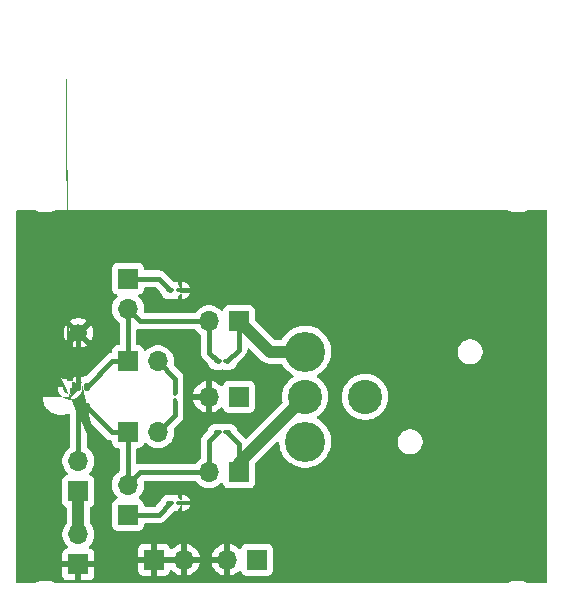
<source format=gbr>
%TF.GenerationSoftware,KiCad,Pcbnew,9.0.0*%
%TF.CreationDate,2025-03-06T01:46:26+08:00*%
%TF.ProjectId,HighDRMic_EVB,48696768-4452-44d6-9963-5f4556422e6b,rev?*%
%TF.SameCoordinates,Original*%
%TF.FileFunction,Copper,L1,Top*%
%TF.FilePolarity,Positive*%
%FSLAX46Y46*%
G04 Gerber Fmt 4.6, Leading zero omitted, Abs format (unit mm)*
G04 Created by KiCad (PCBNEW 9.0.0) date 2025-03-06 01:46:26*
%MOMM*%
%LPD*%
G01*
G04 APERTURE LIST*
G04 Aperture macros list*
%AMRoundRect*
0 Rectangle with rounded corners*
0 $1 Rounding radius*
0 $2 $3 $4 $5 $6 $7 $8 $9 X,Y pos of 4 corners*
0 Add a 4 corners polygon primitive as box body*
4,1,4,$2,$3,$4,$5,$6,$7,$8,$9,$2,$3,0*
0 Add four circle primitives for the rounded corners*
1,1,$1+$1,$2,$3*
1,1,$1+$1,$4,$5*
1,1,$1+$1,$6,$7*
1,1,$1+$1,$8,$9*
0 Add four rect primitives between the rounded corners*
20,1,$1+$1,$2,$3,$4,$5,0*
20,1,$1+$1,$4,$5,$6,$7,0*
20,1,$1+$1,$6,$7,$8,$9,0*
20,1,$1+$1,$8,$9,$2,$3,0*%
%AMFreePoly0*
4,1,64,0.301896,1.805218,0.490253,1.727198,0.659769,1.613931,0.803931,1.469769,0.917198,1.300253,0.995218,1.111896,1.034992,0.911938,1.034992,0.708062,0.995218,0.508104,0.917198,0.319747,0.803931,0.150231,0.659769,0.006069,0.490253,-0.107198,0.301896,-0.185218,0.101938,-0.224992,0.046293,-0.224992,0.044871,-0.225581,-0.044871,-0.225581,-0.046293,-0.224992,-0.101938,-0.224992,
-0.301896,-0.185218,-0.490253,-0.107198,-0.659769,0.006069,-0.803931,0.150231,-0.917198,0.319747,-0.995218,0.508104,-1.034992,0.708062,-1.034992,0.886358,-0.580000,0.886358,-0.580000,0.733642,-0.540474,0.586128,-0.464116,0.453872,-0.356128,0.345884,-0.223872,0.269526,-0.076358,0.230000,0.076358,0.230000,0.223872,0.269526,0.356128,0.345884,0.464116,0.453872,0.540474,0.586128,
0.580000,0.733642,0.580000,0.886358,0.540474,1.033872,0.464116,1.166128,0.356128,1.274116,0.223872,1.350474,0.076358,1.390000,-0.076358,1.390000,-0.223872,1.350474,-0.356128,1.274116,-0.464116,1.166128,-0.540474,1.033872,-0.580000,0.886358,-1.034992,0.886358,-1.034992,0.911938,-0.995218,1.111896,-0.917198,1.300253,-0.803931,1.469769,-0.659769,1.613931,-0.490253,1.727198,
-0.301896,1.805218,-0.101938,1.844992,0.101938,1.844992,0.301896,1.805218,0.301896,1.805218,$1*%
G04 Aperture macros list end*
%TA.AperFunction,ComponentPad*%
%ADD10R,1.700000X1.700000*%
%TD*%
%TA.AperFunction,ComponentPad*%
%ADD11O,1.700000X1.700000*%
%TD*%
%TA.AperFunction,ComponentPad*%
%ADD12C,3.400000*%
%TD*%
%TA.AperFunction,ComponentPad*%
%ADD13C,2.900000*%
%TD*%
%TA.AperFunction,SMDPad,CuDef*%
%ADD14RoundRect,0.112500X0.112500X-0.262500X0.112500X0.262500X-0.112500X0.262500X-0.112500X-0.262500X0*%
%TD*%
%TA.AperFunction,SMDPad,CuDef*%
%ADD15FreePoly0,90.000000*%
%TD*%
%TA.AperFunction,SMDPad,CuDef*%
%ADD16RoundRect,0.100000X0.217500X0.100000X-0.217500X0.100000X-0.217500X-0.100000X0.217500X-0.100000X0*%
%TD*%
%TA.AperFunction,SMDPad,CuDef*%
%ADD17RoundRect,0.100000X-0.217500X-0.100000X0.217500X-0.100000X0.217500X0.100000X-0.217500X0.100000X0*%
%TD*%
%TA.AperFunction,ComponentPad*%
%ADD18C,1.500000*%
%TD*%
%TA.AperFunction,SMDPad,CuDef*%
%ADD19RoundRect,0.100000X0.100000X-0.217500X0.100000X0.217500X-0.100000X0.217500X-0.100000X-0.217500X0*%
%TD*%
%TA.AperFunction,Conductor*%
%ADD20C,0.200000*%
%TD*%
%TA.AperFunction,Conductor*%
%ADD21C,0.400000*%
%TD*%
%TA.AperFunction,Conductor*%
%ADD22C,1.000000*%
%TD*%
G04 APERTURE END LIST*
D10*
%TO.P,J9,1,Pin_1*%
%TO.N,Net-(J9-Pin_1)*%
X172940000Y-113800000D03*
D11*
%TO.P,J9,2,Pin_2*%
%TO.N,GND*%
X170400000Y-113800000D03*
%TD*%
D12*
%TO.P,XLR1,1*%
%TO.N,Net-(J8-Pin_1)*%
X177000000Y-103810000D03*
%TO.P,XLR1,2*%
%TO.N,Net-(J6-Pin_1)*%
X177000000Y-96190000D03*
D13*
%TO.P,XLR1,3*%
%TO.N,Net-(J7-Pin_1)*%
X177000000Y-100000000D03*
%TO.P,XLR1,G*%
%TO.N,Net-(J9-Pin_1)*%
X182080000Y-100000000D03*
%TD*%
D14*
%TO.P,MK1,1,OUT+*%
%TO.N,Net-(J2-Pin_2)*%
X158500000Y-100850000D03*
%TO.P,MK1,2,V_{DD}*%
%TO.N,Net-(J1-Pin_2)*%
X157800000Y-100850000D03*
%TO.P,MK1,3,OUT-*%
%TO.N,Net-(J3-Pin_2)*%
X158500000Y-99150000D03*
%TO.P,MK1,4,GND*%
%TO.N,GND*%
X157800000Y-99150000D03*
D15*
%TO.P,MK1,5,GND*%
X157130000Y-100000000D03*
%TD*%
D10*
%TO.P,J7,1,Pin_1*%
%TO.N,Net-(J7-Pin_1)*%
X171400000Y-106400000D03*
D11*
%TO.P,J7,2,Pin_2*%
%TO.N,Net-(J2-Pin_2)*%
X168860000Y-106400000D03*
%TD*%
D16*
%TO.P,C1,1*%
%TO.N,GND*%
X166407500Y-109000000D03*
%TO.P,C1,2*%
%TO.N,Net-(J2-Pin_1)*%
X165592500Y-109000000D03*
%TD*%
D10*
%TO.P,J11,1,Pin_1*%
%TO.N,GND*%
X157800000Y-114200000D03*
D11*
%TO.P,J11,2,Pin_2*%
%TO.N,VDD*%
X157800000Y-111660000D03*
%TD*%
D17*
%TO.P,C2,1*%
%TO.N,Net-(J3-Pin_1)*%
X165592500Y-91000000D03*
%TO.P,C2,2*%
%TO.N,GND*%
X166407500Y-91000000D03*
%TD*%
D10*
%TO.P,J6,1,Pin_1*%
%TO.N,Net-(J6-Pin_1)*%
X171400000Y-93600000D03*
D11*
%TO.P,J6,2,Pin_2*%
%TO.N,Net-(J3-Pin_2)*%
X168860000Y-93600000D03*
%TD*%
D10*
%TO.P,J2,1,Pin_1*%
%TO.N,Net-(J2-Pin_1)*%
X162000000Y-110000000D03*
D11*
%TO.P,J2,2,Pin_2*%
%TO.N,Net-(J2-Pin_2)*%
X162000000Y-107460000D03*
%TD*%
D17*
%TO.P,R1,1*%
%TO.N,Net-(J2-Pin_2)*%
X169592500Y-103000000D03*
%TO.P,R1,2*%
%TO.N,Net-(J7-Pin_1)*%
X170407500Y-103000000D03*
%TD*%
D10*
%TO.P,J4,1,Pin_1*%
%TO.N,Net-(J2-Pin_2)*%
X162000000Y-103000000D03*
D11*
%TO.P,J4,2,Pin_2*%
%TO.N,Net-(J4-Pin_2)*%
X164540000Y-103000000D03*
%TD*%
D18*
%TO.P,TP1,1,1*%
%TO.N,GND*%
X157800000Y-94600000D03*
%TD*%
D10*
%TO.P,J10,1,Pin_1*%
%TO.N,GND*%
X164200000Y-113800000D03*
D11*
%TO.P,J10,2,Pin_2*%
X166740000Y-113800000D03*
%TD*%
D10*
%TO.P,J5,1,Pin_1*%
%TO.N,Net-(J3-Pin_2)*%
X162000000Y-97000000D03*
D11*
%TO.P,J5,2,Pin_2*%
%TO.N,Net-(J5-Pin_2)*%
X164540000Y-97000000D03*
%TD*%
D19*
%TO.P,C3,1*%
%TO.N,Net-(J4-Pin_2)*%
X166000000Y-100407500D03*
%TO.P,C3,2*%
%TO.N,Net-(J5-Pin_2)*%
X166000000Y-99592500D03*
%TD*%
D10*
%TO.P,J3,1,Pin_1*%
%TO.N,Net-(J3-Pin_1)*%
X162000000Y-90000000D03*
D11*
%TO.P,J3,2,Pin_2*%
%TO.N,Net-(J3-Pin_2)*%
X162000000Y-92540000D03*
%TD*%
D10*
%TO.P,J8,1,Pin_1*%
%TO.N,Net-(J8-Pin_1)*%
X171400000Y-100000000D03*
D11*
%TO.P,J8,2,Pin_2*%
%TO.N,GND*%
X168860000Y-100000000D03*
%TD*%
D10*
%TO.P,J1,1,Pin_1*%
%TO.N,VDD*%
X157800000Y-108000000D03*
D11*
%TO.P,J1,2,Pin_2*%
%TO.N,Net-(J1-Pin_2)*%
X157800000Y-105460000D03*
%TD*%
D17*
%TO.P,R2,1*%
%TO.N,Net-(J3-Pin_2)*%
X169592500Y-97000000D03*
%TO.P,R2,2*%
%TO.N,Net-(J6-Pin_1)*%
X170407500Y-97000000D03*
%TD*%
D20*
%TO.N,GND*%
X157800000Y-99150000D02*
X157800000Y-99330000D01*
D21*
X157800000Y-99150000D02*
X157800000Y-94600000D01*
D20*
X157800000Y-99330000D02*
X157130000Y-100000000D01*
D21*
%TO.N,Net-(J2-Pin_1)*%
X164592500Y-110000000D02*
X165592500Y-109000000D01*
X162000000Y-110000000D02*
X164592500Y-110000000D01*
%TO.N,Net-(J3-Pin_1)*%
X164592500Y-90000000D02*
X165592500Y-91000000D01*
X162000000Y-90000000D02*
X164592500Y-90000000D01*
%TO.N,Net-(J4-Pin_2)*%
X166000000Y-100407500D02*
X166000000Y-101540000D01*
X166000000Y-101540000D02*
X164540000Y-103000000D01*
%TO.N,Net-(J5-Pin_2)*%
X164540000Y-97000000D02*
X166000000Y-98460000D01*
X166000000Y-98460000D02*
X166000000Y-99592500D01*
%TO.N,Net-(J1-Pin_2)*%
X157800000Y-105460000D02*
X157800000Y-100850000D01*
D22*
%TO.N,VDD*%
X157800000Y-108000000D02*
X157800000Y-111660000D01*
D21*
%TO.N,Net-(J2-Pin_2)*%
X162000000Y-107460000D02*
X162000000Y-103000000D01*
X158500000Y-100850000D02*
X160650000Y-103000000D01*
X160650000Y-103000000D02*
X162000000Y-103000000D01*
X163060000Y-106400000D02*
X168860000Y-106400000D01*
X162000000Y-107460000D02*
X163060000Y-106400000D01*
X168860000Y-106400000D02*
X168860000Y-103732500D01*
X168860000Y-103732500D02*
X169592500Y-103000000D01*
%TO.N,Net-(J3-Pin_2)*%
X162000000Y-92540000D02*
X163060000Y-93600000D01*
X162000000Y-97000000D02*
X162000000Y-92540000D01*
X158500000Y-99150000D02*
X160650000Y-97000000D01*
X163060000Y-93600000D02*
X168860000Y-93600000D01*
X168860000Y-96267500D02*
X169592500Y-97000000D01*
X168860000Y-93600000D02*
X168860000Y-96267500D01*
X160650000Y-97000000D02*
X162000000Y-97000000D01*
%TO.N,Net-(J6-Pin_1)*%
X170407500Y-97000000D02*
X171400000Y-96007500D01*
D22*
X173990000Y-96190000D02*
X171400000Y-93600000D01*
D21*
X171400000Y-96007500D02*
X171400000Y-93600000D01*
D22*
X177000000Y-96190000D02*
X173990000Y-96190000D01*
%TO.N,Net-(J7-Pin_1)*%
X177000000Y-100000000D02*
X171400000Y-105600000D01*
D21*
X171400000Y-103992500D02*
X171400000Y-106400000D01*
D22*
X171400000Y-105600000D02*
X171400000Y-106400000D01*
D21*
X170407500Y-103000000D02*
X171400000Y-103992500D01*
%TD*%
%TA.AperFunction,Conductor*%
%TO.N,GND*%
G36*
X162838143Y-94271541D02*
G01*
X162842147Y-94270966D01*
X162846979Y-94272041D01*
X162849047Y-94272158D01*
X162855273Y-94273415D01*
X162855671Y-94273580D01*
X162882591Y-94278934D01*
X162966158Y-94295557D01*
X162991006Y-94300500D01*
X162991007Y-94300500D01*
X167636453Y-94300500D01*
X167703492Y-94320185D01*
X167736769Y-94351614D01*
X167740270Y-94356431D01*
X167829892Y-94479788D01*
X167980211Y-94630107D01*
X168002194Y-94646078D01*
X168108385Y-94723229D01*
X168151051Y-94778558D01*
X168159500Y-94823547D01*
X168159500Y-96198506D01*
X168159500Y-96336494D01*
X168159500Y-96336496D01*
X168159499Y-96336496D01*
X168186418Y-96471822D01*
X168186421Y-96471832D01*
X168239222Y-96599307D01*
X168315887Y-96714045D01*
X168315888Y-96714046D01*
X168749784Y-97147941D01*
X168783269Y-97209264D01*
X168785041Y-97219435D01*
X168789956Y-97256762D01*
X168850464Y-97402841D01*
X168946718Y-97528282D01*
X169072159Y-97624536D01*
X169218238Y-97685044D01*
X169335639Y-97700500D01*
X169849360Y-97700499D01*
X169849363Y-97700499D01*
X169966755Y-97685045D01*
X169966755Y-97685044D01*
X169966762Y-97685044D01*
X169966767Y-97685041D01*
X169967900Y-97684739D01*
X169969085Y-97684738D01*
X169974821Y-97683984D01*
X169974920Y-97684738D01*
X170025080Y-97684737D01*
X170025180Y-97683983D01*
X170030907Y-97684737D01*
X170032091Y-97684737D01*
X170033234Y-97685043D01*
X170033236Y-97685043D01*
X170033238Y-97685044D01*
X170150639Y-97700500D01*
X170338504Y-97700499D01*
X170338506Y-97700500D01*
X170476494Y-97700500D01*
X170476497Y-97700499D01*
X170664360Y-97700499D01*
X170664363Y-97700499D01*
X170781753Y-97685046D01*
X170781757Y-97685044D01*
X170781762Y-97685044D01*
X170927841Y-97624536D01*
X171053282Y-97528282D01*
X171149536Y-97402841D01*
X171210044Y-97256762D01*
X171214958Y-97219436D01*
X171243220Y-97155543D01*
X171250203Y-97147953D01*
X171944114Y-96454043D01*
X172020775Y-96339311D01*
X172022877Y-96334238D01*
X172073578Y-96211832D01*
X172073580Y-96211828D01*
X172095401Y-96102127D01*
X172100500Y-96076496D01*
X172100500Y-96014782D01*
X172120185Y-95947743D01*
X172172989Y-95901988D01*
X172242147Y-95892044D01*
X172305703Y-95921069D01*
X172312181Y-95927101D01*
X173209735Y-96824655D01*
X173209764Y-96824686D01*
X173352214Y-96967136D01*
X173352218Y-96967139D01*
X173516079Y-97076628D01*
X173516092Y-97076635D01*
X173644833Y-97129961D01*
X173687744Y-97147735D01*
X173698164Y-97152051D01*
X173794812Y-97171275D01*
X173827137Y-97177705D01*
X173891458Y-97190500D01*
X173891459Y-97190500D01*
X173891460Y-97190500D01*
X174088540Y-97190500D01*
X174965128Y-97190500D01*
X175032167Y-97210185D01*
X175072515Y-97252500D01*
X175166420Y-97415148D01*
X175166431Y-97415164D01*
X175342024Y-97644002D01*
X175342030Y-97644009D01*
X175545990Y-97847969D01*
X175545996Y-97847974D01*
X175774844Y-98023575D01*
X175774851Y-98023579D01*
X175962555Y-98131951D01*
X176010771Y-98182518D01*
X176023993Y-98251125D01*
X175998025Y-98315990D01*
X175962557Y-98346724D01*
X175914040Y-98374735D01*
X175914026Y-98374745D01*
X175711188Y-98530388D01*
X175711181Y-98530394D01*
X175530394Y-98711181D01*
X175530388Y-98711188D01*
X175374745Y-98914026D01*
X175374734Y-98914042D01*
X175246899Y-99135457D01*
X175246894Y-99135468D01*
X175149053Y-99371677D01*
X175149050Y-99371687D01*
X175087901Y-99599901D01*
X175082874Y-99618661D01*
X175049500Y-99872149D01*
X175049500Y-100127850D01*
X175082874Y-100381338D01*
X175082877Y-100381354D01*
X175089886Y-100407513D01*
X175088223Y-100477363D01*
X175057792Y-100527286D01*
X172079299Y-103505779D01*
X172017976Y-103539264D01*
X171948284Y-103534280D01*
X171903937Y-103505779D01*
X171250215Y-102852058D01*
X171216730Y-102790735D01*
X171214959Y-102780577D01*
X171210044Y-102743238D01*
X171149536Y-102597159D01*
X171053282Y-102471718D01*
X170927841Y-102375464D01*
X170814998Y-102328723D01*
X170781762Y-102314956D01*
X170781760Y-102314955D01*
X170664370Y-102299501D01*
X170664367Y-102299500D01*
X170664361Y-102299500D01*
X170476495Y-102299500D01*
X170476494Y-102299500D01*
X170338506Y-102299500D01*
X170338502Y-102299500D01*
X170150636Y-102299500D01*
X170033234Y-102314955D01*
X170032083Y-102315264D01*
X170030891Y-102315264D01*
X170025179Y-102316016D01*
X170025080Y-102315264D01*
X169974919Y-102315264D01*
X169974820Y-102316017D01*
X169969107Y-102315264D01*
X169967917Y-102315265D01*
X169966765Y-102314956D01*
X169849361Y-102299500D01*
X169335636Y-102299500D01*
X169218246Y-102314953D01*
X169218237Y-102314956D01*
X169072160Y-102375463D01*
X168946718Y-102471718D01*
X168850463Y-102597160D01*
X168789956Y-102743238D01*
X168785041Y-102780565D01*
X168756772Y-102844461D01*
X168749783Y-102852058D01*
X168315887Y-103285954D01*
X168239222Y-103400692D01*
X168186421Y-103528167D01*
X168186418Y-103528179D01*
X168160064Y-103660669D01*
X168160062Y-103660682D01*
X168159500Y-103663505D01*
X168159500Y-105176452D01*
X168139815Y-105243491D01*
X168108385Y-105276770D01*
X167980213Y-105369890D01*
X167829892Y-105520211D01*
X167763046Y-105612220D01*
X167736770Y-105648385D01*
X167681442Y-105691051D01*
X167636453Y-105699500D01*
X162991003Y-105699500D01*
X162882756Y-105721031D01*
X162882590Y-105721065D01*
X162882589Y-105721065D01*
X162855671Y-105726420D01*
X162855282Y-105726581D01*
X162849050Y-105727840D01*
X162819867Y-105725315D01*
X162790567Y-105725562D01*
X162785457Y-105722338D01*
X162779440Y-105721818D01*
X162756251Y-105703914D01*
X162731474Y-105688283D01*
X162728918Y-105682809D01*
X162724137Y-105679118D01*
X162714309Y-105651519D01*
X162701915Y-105624974D01*
X162701120Y-105614482D01*
X162700698Y-105613297D01*
X162700948Y-105612220D01*
X162700500Y-105606295D01*
X162700500Y-104474499D01*
X162720185Y-104407460D01*
X162772989Y-104361705D01*
X162824500Y-104350499D01*
X162897871Y-104350499D01*
X162897872Y-104350499D01*
X162957483Y-104344091D01*
X163092331Y-104293796D01*
X163207546Y-104207546D01*
X163293796Y-104092331D01*
X163342810Y-103960916D01*
X163384681Y-103904984D01*
X163450145Y-103880566D01*
X163518418Y-103895417D01*
X163546673Y-103916569D01*
X163660213Y-104030109D01*
X163832179Y-104155048D01*
X163832181Y-104155049D01*
X163832184Y-104155051D01*
X164021588Y-104251557D01*
X164223757Y-104317246D01*
X164433713Y-104350500D01*
X164433714Y-104350500D01*
X164646286Y-104350500D01*
X164646287Y-104350500D01*
X164856243Y-104317246D01*
X165058412Y-104251557D01*
X165247816Y-104155051D01*
X165269789Y-104139086D01*
X165419786Y-104030109D01*
X165419788Y-104030106D01*
X165419792Y-104030104D01*
X165570104Y-103879792D01*
X165570106Y-103879788D01*
X165570109Y-103879786D01*
X165695048Y-103707820D01*
X165695047Y-103707820D01*
X165695051Y-103707816D01*
X165791557Y-103518412D01*
X165857246Y-103316243D01*
X165890500Y-103106287D01*
X165890500Y-102893713D01*
X165865715Y-102737227D01*
X165874670Y-102667933D01*
X165900504Y-102630151D01*
X166544114Y-101986543D01*
X166620775Y-101871811D01*
X166629417Y-101850949D01*
X166653646Y-101792452D01*
X166673580Y-101744328D01*
X166692443Y-101649500D01*
X166700500Y-101608996D01*
X166700500Y-100330912D01*
X166700499Y-100330894D01*
X166700499Y-100150636D01*
X166685045Y-100033244D01*
X166685044Y-100033242D01*
X166685044Y-100033238D01*
X166685042Y-100033233D01*
X166684738Y-100032096D01*
X166684459Y-100028788D01*
X166683984Y-100025179D01*
X166684152Y-100025156D01*
X166681055Y-99988410D01*
X166682513Y-99972870D01*
X166685044Y-99966762D01*
X166700500Y-99849361D01*
X166700500Y-99750000D01*
X167532769Y-99750000D01*
X168426988Y-99750000D01*
X168394075Y-99807007D01*
X168360000Y-99934174D01*
X168360000Y-100065826D01*
X168394075Y-100192993D01*
X168426988Y-100250000D01*
X167532769Y-100250000D01*
X167543242Y-100316126D01*
X167543242Y-100316129D01*
X167608904Y-100518217D01*
X167705379Y-100707557D01*
X167830272Y-100879459D01*
X167830276Y-100879464D01*
X167980535Y-101029723D01*
X167980540Y-101029727D01*
X168152442Y-101154620D01*
X168341782Y-101251095D01*
X168543871Y-101316757D01*
X168610000Y-101327231D01*
X168610000Y-100433012D01*
X168667007Y-100465925D01*
X168794174Y-100500000D01*
X168925826Y-100500000D01*
X169052993Y-100465925D01*
X169110000Y-100433012D01*
X169110000Y-101327230D01*
X169176126Y-101316757D01*
X169176129Y-101316757D01*
X169378217Y-101251095D01*
X169567557Y-101154620D01*
X169739458Y-101029728D01*
X169853133Y-100916053D01*
X169914456Y-100882568D01*
X169984148Y-100887552D01*
X170040082Y-100929423D01*
X170056997Y-100960401D01*
X170106202Y-101092328D01*
X170106206Y-101092335D01*
X170192452Y-101207544D01*
X170192455Y-101207547D01*
X170307664Y-101293793D01*
X170307671Y-101293797D01*
X170442517Y-101344091D01*
X170442516Y-101344091D01*
X170449444Y-101344835D01*
X170502127Y-101350500D01*
X172297872Y-101350499D01*
X172357483Y-101344091D01*
X172492331Y-101293796D01*
X172607546Y-101207546D01*
X172693796Y-101092331D01*
X172744091Y-100957483D01*
X172750500Y-100897873D01*
X172750499Y-99102128D01*
X172744091Y-99042517D01*
X172743002Y-99039598D01*
X172693797Y-98907671D01*
X172693793Y-98907664D01*
X172607547Y-98792455D01*
X172607544Y-98792452D01*
X172492335Y-98706206D01*
X172492328Y-98706202D01*
X172357482Y-98655908D01*
X172357483Y-98655908D01*
X172297883Y-98649501D01*
X172297881Y-98649500D01*
X172297873Y-98649500D01*
X172297864Y-98649500D01*
X170502129Y-98649500D01*
X170502123Y-98649501D01*
X170442516Y-98655908D01*
X170307671Y-98706202D01*
X170307664Y-98706206D01*
X170192455Y-98792452D01*
X170192452Y-98792455D01*
X170106206Y-98907664D01*
X170106202Y-98907671D01*
X170056997Y-99039598D01*
X170015126Y-99095532D01*
X169949661Y-99119949D01*
X169881388Y-99105097D01*
X169853134Y-99083946D01*
X169739464Y-98970276D01*
X169739459Y-98970272D01*
X169567557Y-98845379D01*
X169378215Y-98748903D01*
X169176124Y-98683241D01*
X169110000Y-98672768D01*
X169110000Y-99566988D01*
X169052993Y-99534075D01*
X168925826Y-99500000D01*
X168794174Y-99500000D01*
X168667007Y-99534075D01*
X168610000Y-99566988D01*
X168610000Y-98672768D01*
X168609999Y-98672768D01*
X168543875Y-98683241D01*
X168341784Y-98748903D01*
X168152442Y-98845379D01*
X167980540Y-98970272D01*
X167980535Y-98970276D01*
X167830276Y-99120535D01*
X167830272Y-99120540D01*
X167705379Y-99292442D01*
X167608904Y-99481782D01*
X167543242Y-99683870D01*
X167543242Y-99683873D01*
X167532769Y-99750000D01*
X166700500Y-99750000D01*
X166700500Y-99596543D01*
X166700500Y-98391007D01*
X166692442Y-98350499D01*
X166691691Y-98346725D01*
X166673581Y-98255679D01*
X166673580Y-98255672D01*
X166643279Y-98182518D01*
X166620777Y-98128192D01*
X166544112Y-98013454D01*
X166544111Y-98013453D01*
X165900507Y-97369850D01*
X165867022Y-97308527D01*
X165865715Y-97262771D01*
X165869243Y-97240500D01*
X165890500Y-97106287D01*
X165890500Y-96893713D01*
X165857246Y-96683757D01*
X165791557Y-96481588D01*
X165695051Y-96292184D01*
X165695049Y-96292181D01*
X165695048Y-96292179D01*
X165570109Y-96120213D01*
X165419786Y-95969890D01*
X165247820Y-95844951D01*
X165058414Y-95748444D01*
X165058413Y-95748443D01*
X165058412Y-95748443D01*
X164856243Y-95682754D01*
X164856241Y-95682753D01*
X164856240Y-95682753D01*
X164694957Y-95657208D01*
X164646287Y-95649500D01*
X164433713Y-95649500D01*
X164385042Y-95657208D01*
X164223760Y-95682753D01*
X164021585Y-95748444D01*
X163832179Y-95844951D01*
X163660215Y-95969889D01*
X163546673Y-96083431D01*
X163485350Y-96116915D01*
X163415658Y-96111931D01*
X163359725Y-96070059D01*
X163342810Y-96039082D01*
X163293797Y-95907671D01*
X163293793Y-95907664D01*
X163207547Y-95792455D01*
X163207544Y-95792452D01*
X163092335Y-95706206D01*
X163092328Y-95706202D01*
X162957482Y-95655908D01*
X162957483Y-95655908D01*
X162897883Y-95649501D01*
X162897881Y-95649500D01*
X162897873Y-95649500D01*
X162897865Y-95649500D01*
X162824500Y-95649500D01*
X162757461Y-95629815D01*
X162711706Y-95577011D01*
X162700500Y-95525500D01*
X162700500Y-94393704D01*
X162706485Y-94373318D01*
X162707685Y-94352109D01*
X162716132Y-94340466D01*
X162720185Y-94326665D01*
X162736240Y-94312753D01*
X162748717Y-94295557D01*
X162762118Y-94290329D01*
X162772989Y-94280910D01*
X162794016Y-94277886D01*
X162813809Y-94270166D01*
X162838143Y-94271541D01*
G37*
%TD.AperFunction*%
%TA.AperFunction,Conductor*%
G36*
X166274075Y-113607007D02*
G01*
X166240000Y-113734174D01*
X166240000Y-113865826D01*
X166274075Y-113992993D01*
X166306988Y-114050000D01*
X164633012Y-114050000D01*
X164665925Y-113992993D01*
X164700000Y-113865826D01*
X164700000Y-113734174D01*
X164665925Y-113607007D01*
X164633012Y-113550000D01*
X166306988Y-113550000D01*
X166274075Y-113607007D01*
G37*
%TD.AperFunction*%
%TA.AperFunction,Conductor*%
G36*
X154101028Y-84209438D02*
G01*
X154291155Y-84288191D01*
X154569783Y-84362849D01*
X154855772Y-84400500D01*
X154855779Y-84400500D01*
X155144221Y-84400500D01*
X155144228Y-84400500D01*
X155430217Y-84362849D01*
X155708845Y-84288191D01*
X155898971Y-84209438D01*
X155946423Y-84200000D01*
X194053577Y-84200000D01*
X194101028Y-84209438D01*
X194291155Y-84288191D01*
X194569783Y-84362849D01*
X194855772Y-84400500D01*
X194855779Y-84400500D01*
X195144221Y-84400500D01*
X195144228Y-84400500D01*
X195430217Y-84362849D01*
X195708845Y-84288191D01*
X195898971Y-84209438D01*
X195946423Y-84200000D01*
X197375500Y-84200000D01*
X197442539Y-84219685D01*
X197488294Y-84272489D01*
X197499500Y-84324000D01*
X197499500Y-115676000D01*
X197479815Y-115743039D01*
X197427011Y-115788794D01*
X197375500Y-115800000D01*
X195946423Y-115800000D01*
X195898971Y-115790561D01*
X195784242Y-115743039D01*
X195708854Y-115711812D01*
X195708847Y-115711810D01*
X195708845Y-115711809D01*
X195430217Y-115637151D01*
X195430211Y-115637150D01*
X195430206Y-115637149D01*
X195144238Y-115599501D01*
X195144233Y-115599500D01*
X195144228Y-115599500D01*
X194855772Y-115599500D01*
X194855766Y-115599500D01*
X194855761Y-115599501D01*
X194569793Y-115637149D01*
X194569786Y-115637150D01*
X194569783Y-115637151D01*
X194291155Y-115711809D01*
X194291145Y-115711812D01*
X194140452Y-115774231D01*
X194101028Y-115790561D01*
X194053577Y-115800000D01*
X155946423Y-115800000D01*
X155898971Y-115790561D01*
X155784242Y-115743039D01*
X155708854Y-115711812D01*
X155708847Y-115711810D01*
X155708845Y-115711809D01*
X155430217Y-115637151D01*
X155430211Y-115637150D01*
X155430206Y-115637149D01*
X155144238Y-115599501D01*
X155144233Y-115599500D01*
X155144228Y-115599500D01*
X154855772Y-115599500D01*
X154855766Y-115599500D01*
X154855761Y-115599501D01*
X154569793Y-115637149D01*
X154569786Y-115637150D01*
X154569783Y-115637151D01*
X154291155Y-115711809D01*
X154291145Y-115711812D01*
X154140452Y-115774231D01*
X154101028Y-115790561D01*
X154053577Y-115800000D01*
X152624500Y-115800000D01*
X152557461Y-115780315D01*
X152511706Y-115727511D01*
X152500500Y-115676000D01*
X152500500Y-99897573D01*
X154775000Y-99897573D01*
X154775000Y-100102426D01*
X154784704Y-100200952D01*
X154784706Y-100200964D01*
X154824670Y-100401874D01*
X154853408Y-100496612D01*
X154931802Y-100685872D01*
X154931805Y-100685879D01*
X154978470Y-100773185D01*
X155092290Y-100943529D01*
X155155094Y-101020055D01*
X155299944Y-101164905D01*
X155376470Y-101227709D01*
X155546814Y-101341529D01*
X155546813Y-101341529D01*
X155634120Y-101388194D01*
X155634127Y-101388197D01*
X155823387Y-101466591D01*
X155918125Y-101495329D01*
X156119035Y-101535293D01*
X156119047Y-101535295D01*
X156217574Y-101545000D01*
X156422426Y-101545000D01*
X156520952Y-101535295D01*
X156520964Y-101535293D01*
X156721874Y-101495329D01*
X156816612Y-101466591D01*
X156928047Y-101420433D01*
X156997516Y-101412964D01*
X157059995Y-101444239D01*
X157095648Y-101504328D01*
X157099500Y-101534994D01*
X157099500Y-104236452D01*
X157079815Y-104303491D01*
X157048385Y-104336770D01*
X156920213Y-104429890D01*
X156769890Y-104580213D01*
X156644951Y-104752179D01*
X156548444Y-104941585D01*
X156482753Y-105143760D01*
X156449500Y-105353713D01*
X156449500Y-105566286D01*
X156480148Y-105759794D01*
X156482754Y-105776243D01*
X156546635Y-105972849D01*
X156548444Y-105978414D01*
X156644951Y-106167820D01*
X156769890Y-106339786D01*
X156883430Y-106453326D01*
X156916915Y-106514649D01*
X156911931Y-106584341D01*
X156870059Y-106640274D01*
X156839083Y-106657189D01*
X156707669Y-106706203D01*
X156707664Y-106706206D01*
X156592455Y-106792452D01*
X156592452Y-106792455D01*
X156506206Y-106907664D01*
X156506202Y-106907671D01*
X156455908Y-107042517D01*
X156449501Y-107102116D01*
X156449501Y-107102123D01*
X156449500Y-107102135D01*
X156449500Y-108897870D01*
X156449501Y-108897876D01*
X156455908Y-108957483D01*
X156506202Y-109092328D01*
X156506206Y-109092335D01*
X156592452Y-109207544D01*
X156592455Y-109207547D01*
X156707665Y-109293794D01*
X156707667Y-109293794D01*
X156707669Y-109293796D01*
X156718830Y-109297958D01*
X156774764Y-109339826D01*
X156799184Y-109405289D01*
X156799500Y-109414141D01*
X156799500Y-110699800D01*
X156779815Y-110766839D01*
X156770506Y-110779365D01*
X156644951Y-110952179D01*
X156548444Y-111141585D01*
X156548443Y-111141587D01*
X156548443Y-111141588D01*
X156527012Y-111207546D01*
X156482753Y-111343760D01*
X156449500Y-111553713D01*
X156449500Y-111766286D01*
X156482753Y-111976239D01*
X156548444Y-112178414D01*
X156644951Y-112367820D01*
X156769890Y-112539786D01*
X156883818Y-112653714D01*
X156917303Y-112715037D01*
X156912319Y-112784729D01*
X156870447Y-112840662D01*
X156839471Y-112857577D01*
X156707912Y-112906646D01*
X156707906Y-112906649D01*
X156592812Y-112992809D01*
X156592809Y-112992812D01*
X156506649Y-113107906D01*
X156506645Y-113107913D01*
X156456403Y-113242620D01*
X156456401Y-113242627D01*
X156450000Y-113302155D01*
X156450000Y-113950000D01*
X157366988Y-113950000D01*
X157334075Y-114007007D01*
X157300000Y-114134174D01*
X157300000Y-114265826D01*
X157334075Y-114392993D01*
X157366988Y-114450000D01*
X156450000Y-114450000D01*
X156450000Y-115097844D01*
X156456401Y-115157372D01*
X156456403Y-115157379D01*
X156506645Y-115292086D01*
X156506649Y-115292093D01*
X156592809Y-115407187D01*
X156592812Y-115407190D01*
X156707906Y-115493350D01*
X156707913Y-115493354D01*
X156842620Y-115543596D01*
X156842627Y-115543598D01*
X156902155Y-115549999D01*
X156902172Y-115550000D01*
X157550000Y-115550000D01*
X157550000Y-114633012D01*
X157607007Y-114665925D01*
X157734174Y-114700000D01*
X157865826Y-114700000D01*
X157992993Y-114665925D01*
X158050000Y-114633012D01*
X158050000Y-115550000D01*
X158697828Y-115550000D01*
X158697844Y-115549999D01*
X158757372Y-115543598D01*
X158757379Y-115543596D01*
X158892086Y-115493354D01*
X158892093Y-115493350D01*
X159007187Y-115407190D01*
X159007190Y-115407187D01*
X159093350Y-115292093D01*
X159093354Y-115292086D01*
X159143596Y-115157379D01*
X159143598Y-115157372D01*
X159149999Y-115097844D01*
X159150000Y-115097827D01*
X159150000Y-114450000D01*
X158233012Y-114450000D01*
X158265925Y-114392993D01*
X158300000Y-114265826D01*
X158300000Y-114134174D01*
X158265925Y-114007007D01*
X158233012Y-113950000D01*
X159150000Y-113950000D01*
X159150000Y-113302172D01*
X159149999Y-113302155D01*
X159143598Y-113242627D01*
X159143596Y-113242620D01*
X159093354Y-113107913D01*
X159093350Y-113107906D01*
X159007190Y-112992813D01*
X158892089Y-112906647D01*
X158892088Y-112906646D01*
X158880047Y-112902155D01*
X162850000Y-112902155D01*
X162850000Y-113550000D01*
X163766988Y-113550000D01*
X163734075Y-113607007D01*
X163700000Y-113734174D01*
X163700000Y-113865826D01*
X163734075Y-113992993D01*
X163766988Y-114050000D01*
X162850000Y-114050000D01*
X162850000Y-114697844D01*
X162856401Y-114757372D01*
X162856403Y-114757379D01*
X162906645Y-114892086D01*
X162906649Y-114892093D01*
X162992809Y-115007187D01*
X162992812Y-115007190D01*
X163107906Y-115093350D01*
X163107913Y-115093354D01*
X163242620Y-115143596D01*
X163242627Y-115143598D01*
X163302155Y-115149999D01*
X163302172Y-115150000D01*
X163950000Y-115150000D01*
X163950000Y-114233012D01*
X164007007Y-114265925D01*
X164134174Y-114300000D01*
X164265826Y-114300000D01*
X164392993Y-114265925D01*
X164450000Y-114233012D01*
X164450000Y-115150000D01*
X165097828Y-115150000D01*
X165097844Y-115149999D01*
X165157372Y-115143598D01*
X165157379Y-115143596D01*
X165292086Y-115093354D01*
X165292093Y-115093350D01*
X165407187Y-115007190D01*
X165407190Y-115007187D01*
X165493350Y-114892093D01*
X165493354Y-114892086D01*
X165542614Y-114760013D01*
X165584485Y-114704079D01*
X165649949Y-114679662D01*
X165718222Y-114694513D01*
X165746477Y-114715665D01*
X165860535Y-114829723D01*
X165860540Y-114829727D01*
X166032442Y-114954620D01*
X166221782Y-115051095D01*
X166423871Y-115116757D01*
X166490000Y-115127231D01*
X166490000Y-114233012D01*
X166547007Y-114265925D01*
X166674174Y-114300000D01*
X166805826Y-114300000D01*
X166932993Y-114265925D01*
X166990000Y-114233012D01*
X166990000Y-115127230D01*
X167056126Y-115116757D01*
X167056129Y-115116757D01*
X167258217Y-115051095D01*
X167447557Y-114954620D01*
X167619459Y-114829727D01*
X167619464Y-114829723D01*
X167769723Y-114679464D01*
X167769727Y-114679459D01*
X167894620Y-114507557D01*
X167991095Y-114318217D01*
X168056757Y-114116129D01*
X168056757Y-114116126D01*
X168067231Y-114050000D01*
X167173012Y-114050000D01*
X167205925Y-113992993D01*
X167240000Y-113865826D01*
X167240000Y-113734174D01*
X167205925Y-113607007D01*
X167173012Y-113550000D01*
X168067231Y-113550000D01*
X169072769Y-113550000D01*
X169966988Y-113550000D01*
X169934075Y-113607007D01*
X169900000Y-113734174D01*
X169900000Y-113865826D01*
X169934075Y-113992993D01*
X169966988Y-114050000D01*
X169072769Y-114050000D01*
X169083242Y-114116126D01*
X169083242Y-114116129D01*
X169148904Y-114318217D01*
X169245379Y-114507557D01*
X169370272Y-114679459D01*
X169370276Y-114679464D01*
X169520535Y-114829723D01*
X169520540Y-114829727D01*
X169692442Y-114954620D01*
X169881782Y-115051095D01*
X170083871Y-115116757D01*
X170150000Y-115127231D01*
X170150000Y-114233012D01*
X170207007Y-114265925D01*
X170334174Y-114300000D01*
X170465826Y-114300000D01*
X170592993Y-114265925D01*
X170650000Y-114233012D01*
X170650000Y-115127230D01*
X170716126Y-115116757D01*
X170716129Y-115116757D01*
X170918217Y-115051095D01*
X171107557Y-114954620D01*
X171279458Y-114829728D01*
X171393133Y-114716053D01*
X171454456Y-114682568D01*
X171524148Y-114687552D01*
X171580082Y-114729423D01*
X171596997Y-114760401D01*
X171646202Y-114892328D01*
X171646206Y-114892335D01*
X171732452Y-115007544D01*
X171732455Y-115007547D01*
X171847664Y-115093793D01*
X171847671Y-115093797D01*
X171982517Y-115144091D01*
X171982516Y-115144091D01*
X171989444Y-115144835D01*
X172042127Y-115150500D01*
X173837872Y-115150499D01*
X173897483Y-115144091D01*
X174032331Y-115093796D01*
X174147546Y-115007546D01*
X174233796Y-114892331D01*
X174284091Y-114757483D01*
X174290500Y-114697873D01*
X174290499Y-112902128D01*
X174284091Y-112842517D01*
X174283399Y-112840662D01*
X174233797Y-112707671D01*
X174233793Y-112707664D01*
X174147547Y-112592455D01*
X174147544Y-112592452D01*
X174032335Y-112506206D01*
X174032328Y-112506202D01*
X173897482Y-112455908D01*
X173897483Y-112455908D01*
X173837883Y-112449501D01*
X173837881Y-112449500D01*
X173837873Y-112449500D01*
X173837864Y-112449500D01*
X172042129Y-112449500D01*
X172042123Y-112449501D01*
X171982516Y-112455908D01*
X171847671Y-112506202D01*
X171847664Y-112506206D01*
X171732455Y-112592452D01*
X171732452Y-112592455D01*
X171646206Y-112707664D01*
X171646202Y-112707671D01*
X171596997Y-112839598D01*
X171555126Y-112895532D01*
X171489661Y-112919949D01*
X171421388Y-112905097D01*
X171393134Y-112883946D01*
X171279464Y-112770276D01*
X171279459Y-112770272D01*
X171107557Y-112645379D01*
X170918215Y-112548903D01*
X170716124Y-112483241D01*
X170650000Y-112472768D01*
X170650000Y-113366988D01*
X170592993Y-113334075D01*
X170465826Y-113300000D01*
X170334174Y-113300000D01*
X170207007Y-113334075D01*
X170150000Y-113366988D01*
X170150000Y-112472768D01*
X170149999Y-112472768D01*
X170083875Y-112483241D01*
X169881784Y-112548903D01*
X169692442Y-112645379D01*
X169520540Y-112770272D01*
X169520535Y-112770276D01*
X169370276Y-112920535D01*
X169370272Y-112920540D01*
X169245379Y-113092442D01*
X169148904Y-113281782D01*
X169083242Y-113483870D01*
X169083242Y-113483873D01*
X169072769Y-113550000D01*
X168067231Y-113550000D01*
X168056757Y-113483873D01*
X168056757Y-113483870D01*
X167991095Y-113281782D01*
X167894620Y-113092442D01*
X167769727Y-112920540D01*
X167769723Y-112920535D01*
X167619464Y-112770276D01*
X167619459Y-112770272D01*
X167447557Y-112645379D01*
X167258215Y-112548903D01*
X167056124Y-112483241D01*
X166990000Y-112472768D01*
X166990000Y-113366988D01*
X166932993Y-113334075D01*
X166805826Y-113300000D01*
X166674174Y-113300000D01*
X166547007Y-113334075D01*
X166490000Y-113366988D01*
X166490000Y-112472768D01*
X166489999Y-112472768D01*
X166423875Y-112483241D01*
X166221784Y-112548903D01*
X166032442Y-112645379D01*
X165860541Y-112770271D01*
X165746477Y-112884335D01*
X165685154Y-112917819D01*
X165615462Y-112912835D01*
X165559529Y-112870963D01*
X165542614Y-112839986D01*
X165493354Y-112707913D01*
X165493350Y-112707906D01*
X165407190Y-112592812D01*
X165407187Y-112592809D01*
X165292093Y-112506649D01*
X165292086Y-112506645D01*
X165157379Y-112456403D01*
X165157372Y-112456401D01*
X165097844Y-112450000D01*
X164450000Y-112450000D01*
X164450000Y-113366988D01*
X164392993Y-113334075D01*
X164265826Y-113300000D01*
X164134174Y-113300000D01*
X164007007Y-113334075D01*
X163950000Y-113366988D01*
X163950000Y-112450000D01*
X163302155Y-112450000D01*
X163242627Y-112456401D01*
X163242620Y-112456403D01*
X163107913Y-112506645D01*
X163107906Y-112506649D01*
X162992812Y-112592809D01*
X162992809Y-112592812D01*
X162906649Y-112707906D01*
X162906645Y-112707913D01*
X162856403Y-112842620D01*
X162856401Y-112842627D01*
X162850000Y-112902155D01*
X158880047Y-112902155D01*
X158760528Y-112857577D01*
X158704595Y-112815705D01*
X158680178Y-112750241D01*
X158695030Y-112681968D01*
X158716175Y-112653720D01*
X158830104Y-112539792D01*
X158854506Y-112506206D01*
X158955048Y-112367820D01*
X158955047Y-112367820D01*
X158955051Y-112367816D01*
X159051557Y-112178412D01*
X159117246Y-111976243D01*
X159150500Y-111766287D01*
X159150500Y-111553713D01*
X159117246Y-111343757D01*
X159051557Y-111141588D01*
X158955051Y-110952184D01*
X158955049Y-110952181D01*
X158955048Y-110952179D01*
X158827241Y-110776266D01*
X158828108Y-110775635D01*
X158801641Y-110716581D01*
X158800500Y-110699800D01*
X158800500Y-109414141D01*
X158820185Y-109347102D01*
X158872989Y-109301347D01*
X158881149Y-109297966D01*
X158892331Y-109293796D01*
X159007546Y-109207546D01*
X159093796Y-109092331D01*
X159144091Y-108957483D01*
X159150500Y-108897873D01*
X159150499Y-107102128D01*
X159144091Y-107042517D01*
X159143228Y-107040204D01*
X159093797Y-106907671D01*
X159093793Y-106907664D01*
X159007547Y-106792455D01*
X159007544Y-106792452D01*
X158892335Y-106706206D01*
X158892328Y-106706202D01*
X158760917Y-106657189D01*
X158704983Y-106615318D01*
X158680566Y-106549853D01*
X158695418Y-106481580D01*
X158716563Y-106453332D01*
X158830104Y-106339792D01*
X158955051Y-106167816D01*
X159051557Y-105978412D01*
X159117246Y-105776243D01*
X159150500Y-105566287D01*
X159150500Y-105353713D01*
X159117246Y-105143757D01*
X159051557Y-104941588D01*
X158955051Y-104752184D01*
X158955049Y-104752181D01*
X158955048Y-104752179D01*
X158830109Y-104580213D01*
X158679786Y-104429890D01*
X158551615Y-104336770D01*
X158508949Y-104281441D01*
X158500500Y-104236452D01*
X158500500Y-102140519D01*
X158520185Y-102073480D01*
X158572989Y-102027725D01*
X158642147Y-102017781D01*
X158705703Y-102046806D01*
X158712181Y-102052838D01*
X160203453Y-103544111D01*
X160203454Y-103544112D01*
X160318190Y-103620776D01*
X160416790Y-103661617D01*
X160445671Y-103673580D01*
X160445672Y-103673580D01*
X160445677Y-103673582D01*
X160472545Y-103678925D01*
X160472551Y-103678926D01*
X160472591Y-103678934D01*
X160549694Y-103694271D01*
X160611605Y-103726657D01*
X160646178Y-103787373D01*
X160649501Y-103815888D01*
X160649501Y-103897876D01*
X160655908Y-103957483D01*
X160706202Y-104092328D01*
X160706206Y-104092335D01*
X160792452Y-104207544D01*
X160792455Y-104207547D01*
X160907664Y-104293793D01*
X160907671Y-104293797D01*
X160937572Y-104304949D01*
X161042517Y-104344091D01*
X161102127Y-104350500D01*
X161175500Y-104350499D01*
X161242538Y-104370183D01*
X161288294Y-104422986D01*
X161299500Y-104474499D01*
X161299500Y-106236452D01*
X161279815Y-106303491D01*
X161248385Y-106336770D01*
X161120213Y-106429890D01*
X160969890Y-106580213D01*
X160844951Y-106752179D01*
X160748444Y-106941585D01*
X160682753Y-107143760D01*
X160649500Y-107353713D01*
X160649500Y-107566286D01*
X160682753Y-107776239D01*
X160748444Y-107978414D01*
X160844951Y-108167820D01*
X160969890Y-108339786D01*
X161083430Y-108453326D01*
X161116915Y-108514649D01*
X161111931Y-108584341D01*
X161070059Y-108640274D01*
X161039083Y-108657189D01*
X160907669Y-108706203D01*
X160907664Y-108706206D01*
X160792455Y-108792452D01*
X160792452Y-108792455D01*
X160706206Y-108907664D01*
X160706202Y-108907671D01*
X160655908Y-109042517D01*
X160649501Y-109102116D01*
X160649501Y-109102123D01*
X160649500Y-109102135D01*
X160649500Y-110897870D01*
X160649501Y-110897876D01*
X160655908Y-110957483D01*
X160706202Y-111092328D01*
X160706206Y-111092335D01*
X160792452Y-111207544D01*
X160792455Y-111207547D01*
X160907664Y-111293793D01*
X160907671Y-111293797D01*
X161042517Y-111344091D01*
X161042516Y-111344091D01*
X161049444Y-111344835D01*
X161102127Y-111350500D01*
X162897872Y-111350499D01*
X162957483Y-111344091D01*
X163092331Y-111293796D01*
X163207546Y-111207546D01*
X163293796Y-111092331D01*
X163344091Y-110957483D01*
X163350500Y-110897873D01*
X163350500Y-110824500D01*
X163370185Y-110757461D01*
X163422989Y-110711706D01*
X163474500Y-110700500D01*
X164661496Y-110700500D01*
X164752540Y-110682389D01*
X164796828Y-110673580D01*
X164860569Y-110647177D01*
X164924307Y-110620777D01*
X164924308Y-110620776D01*
X164924311Y-110620775D01*
X165039043Y-110544114D01*
X165857942Y-109725213D01*
X165876731Y-109714954D01*
X165892744Y-109700735D01*
X165914445Y-109694360D01*
X165919263Y-109691730D01*
X165926485Y-109690381D01*
X165927909Y-109690158D01*
X165966762Y-109685044D01*
X165970459Y-109683512D01*
X165981840Y-109681735D01*
X166002703Y-109684476D01*
X166025182Y-109684476D01*
X166025312Y-109683495D01*
X166032763Y-109684476D01*
X166033072Y-109684476D01*
X166033370Y-109684555D01*
X166150676Y-109699999D01*
X166207499Y-109699998D01*
X166207500Y-109699998D01*
X166207500Y-109610426D01*
X166227185Y-109543387D01*
X166233854Y-109535130D01*
X166233334Y-109534731D01*
X166325865Y-109414141D01*
X166334536Y-109402841D01*
X166368939Y-109319785D01*
X166412780Y-109265381D01*
X166479074Y-109243316D01*
X166546773Y-109260595D01*
X166594384Y-109311732D01*
X166607500Y-109367237D01*
X166607500Y-109699999D01*
X166664324Y-109699999D01*
X166781628Y-109684557D01*
X166781633Y-109684555D01*
X166927585Y-109624100D01*
X167052924Y-109527924D01*
X167149100Y-109402586D01*
X167209555Y-109256631D01*
X167217012Y-109200000D01*
X166598049Y-109200000D01*
X166586010Y-109210432D01*
X166572677Y-109212348D01*
X166560854Y-109218805D01*
X166538767Y-109217224D01*
X166516852Y-109220376D01*
X166504599Y-109214780D01*
X166491163Y-109213819D01*
X166473437Y-109200549D01*
X166453296Y-109191351D01*
X166446013Y-109180018D01*
X166435230Y-109171946D01*
X166427492Y-109151200D01*
X166415522Y-109132573D01*
X166412369Y-109110650D01*
X166410815Y-109106481D01*
X166410499Y-109097661D01*
X166410499Y-108902360D01*
X166430184Y-108835322D01*
X166482988Y-108789567D01*
X166552146Y-108779623D01*
X166596765Y-108800000D01*
X167217010Y-108800000D01*
X167217011Y-108799998D01*
X167209557Y-108743372D01*
X167209555Y-108743366D01*
X167149100Y-108597414D01*
X167052924Y-108472075D01*
X166927586Y-108375899D01*
X166781634Y-108315445D01*
X166781630Y-108315444D01*
X166664330Y-108300000D01*
X166607500Y-108300000D01*
X166607500Y-108632762D01*
X166587815Y-108699801D01*
X166535011Y-108745556D01*
X166465853Y-108755500D01*
X166402297Y-108726475D01*
X166368939Y-108680215D01*
X166349283Y-108632762D01*
X166334536Y-108597159D01*
X166238282Y-108471718D01*
X166238279Y-108471716D01*
X166233334Y-108465271D01*
X166236075Y-108463167D01*
X166210272Y-108415643D01*
X166207500Y-108389573D01*
X166207500Y-108300000D01*
X166207499Y-108299999D01*
X166150676Y-108300000D01*
X166033371Y-108315442D01*
X166033069Y-108315524D01*
X166032755Y-108315524D01*
X166025311Y-108316504D01*
X166025182Y-108315524D01*
X165974884Y-108315525D01*
X165974820Y-108316017D01*
X165971090Y-108315525D01*
X165968891Y-108315526D01*
X165966765Y-108314956D01*
X165849370Y-108299501D01*
X165849367Y-108299500D01*
X165849361Y-108299500D01*
X165661495Y-108299500D01*
X165661494Y-108299500D01*
X165523506Y-108299500D01*
X165523502Y-108299500D01*
X165335636Y-108299500D01*
X165218246Y-108314953D01*
X165218237Y-108314956D01*
X165072160Y-108375463D01*
X164946718Y-108471718D01*
X164850463Y-108597160D01*
X164789956Y-108743237D01*
X164789956Y-108743238D01*
X164785042Y-108780563D01*
X164756775Y-108844459D01*
X164749784Y-108852057D01*
X164338662Y-109263181D01*
X164277339Y-109296666D01*
X164250981Y-109299500D01*
X163474499Y-109299500D01*
X163407460Y-109279815D01*
X163361705Y-109227011D01*
X163350499Y-109175500D01*
X163350499Y-109102129D01*
X163350498Y-109102123D01*
X163350497Y-109102116D01*
X163344091Y-109042517D01*
X163312375Y-108957483D01*
X163293797Y-108907671D01*
X163293793Y-108907664D01*
X163207547Y-108792455D01*
X163207544Y-108792452D01*
X163092335Y-108706206D01*
X163092328Y-108706202D01*
X162960917Y-108657189D01*
X162904983Y-108615318D01*
X162880566Y-108549853D01*
X162895418Y-108481580D01*
X162916563Y-108453332D01*
X163030104Y-108339792D01*
X163047378Y-108316017D01*
X163155048Y-108167820D01*
X163155047Y-108167820D01*
X163155051Y-108167816D01*
X163251557Y-107978412D01*
X163317246Y-107776243D01*
X163350500Y-107566287D01*
X163350500Y-107353713D01*
X163333107Y-107243898D01*
X163342062Y-107174604D01*
X163387058Y-107121152D01*
X163453809Y-107100513D01*
X163455580Y-107100500D01*
X167636453Y-107100500D01*
X167703492Y-107120185D01*
X167736769Y-107151614D01*
X167753473Y-107174604D01*
X167829892Y-107279788D01*
X167980213Y-107430109D01*
X168152179Y-107555048D01*
X168152181Y-107555049D01*
X168152184Y-107555051D01*
X168341588Y-107651557D01*
X168543757Y-107717246D01*
X168753713Y-107750500D01*
X168753714Y-107750500D01*
X168966286Y-107750500D01*
X168966287Y-107750500D01*
X169176243Y-107717246D01*
X169378412Y-107651557D01*
X169567816Y-107555051D01*
X169739792Y-107430104D01*
X169853329Y-107316566D01*
X169914648Y-107283084D01*
X169984340Y-107288068D01*
X170040274Y-107329939D01*
X170057189Y-107360917D01*
X170106202Y-107492328D01*
X170106206Y-107492335D01*
X170192452Y-107607544D01*
X170192455Y-107607547D01*
X170307664Y-107693793D01*
X170307671Y-107693797D01*
X170442517Y-107744091D01*
X170442516Y-107744091D01*
X170449444Y-107744835D01*
X170502127Y-107750500D01*
X172297872Y-107750499D01*
X172357483Y-107744091D01*
X172492331Y-107693796D01*
X172607546Y-107607546D01*
X172693796Y-107492331D01*
X172744091Y-107357483D01*
X172750500Y-107297873D01*
X172750499Y-105715780D01*
X172770184Y-105648742D01*
X172786813Y-105628105D01*
X174587819Y-103827100D01*
X174649142Y-103793615D01*
X174718834Y-103798599D01*
X174774767Y-103840471D01*
X174799184Y-103905935D01*
X174799500Y-103914781D01*
X174799500Y-103954221D01*
X174799501Y-103954238D01*
X174837149Y-104240206D01*
X174837150Y-104240211D01*
X174837151Y-104240217D01*
X174899927Y-104474499D01*
X174911809Y-104518844D01*
X174911814Y-104518860D01*
X175022191Y-104785336D01*
X175022199Y-104785352D01*
X175166420Y-105035148D01*
X175166431Y-105035164D01*
X175342024Y-105264002D01*
X175342030Y-105264009D01*
X175545990Y-105467969D01*
X175545997Y-105467975D01*
X175581238Y-105495016D01*
X175774844Y-105643575D01*
X175788603Y-105651519D01*
X176024647Y-105787800D01*
X176024663Y-105787808D01*
X176291139Y-105898185D01*
X176291145Y-105898186D01*
X176291155Y-105898191D01*
X176569783Y-105972849D01*
X176855772Y-106010500D01*
X176855779Y-106010500D01*
X177144221Y-106010500D01*
X177144228Y-106010500D01*
X177430217Y-105972849D01*
X177708845Y-105898191D01*
X177708857Y-105898185D01*
X177708860Y-105898185D01*
X177975336Y-105787808D01*
X177975339Y-105787806D01*
X177975345Y-105787804D01*
X178225156Y-105643575D01*
X178454004Y-105467974D01*
X178657974Y-105264004D01*
X178833575Y-105035156D01*
X178977804Y-104785345D01*
X179088191Y-104518845D01*
X179162849Y-104240217D01*
X179200500Y-103954228D01*
X179200500Y-103706530D01*
X184839500Y-103706530D01*
X184839500Y-103913469D01*
X184879868Y-104116412D01*
X184879870Y-104116420D01*
X184956417Y-104301221D01*
X184959059Y-104307598D01*
X184983443Y-104344091D01*
X185074024Y-104479657D01*
X185220342Y-104625975D01*
X185220345Y-104625977D01*
X185392402Y-104740941D01*
X185583580Y-104820130D01*
X185778471Y-104858896D01*
X185786530Y-104860499D01*
X185786534Y-104860500D01*
X185786535Y-104860500D01*
X185993466Y-104860500D01*
X185993467Y-104860499D01*
X186196420Y-104820130D01*
X186387598Y-104740941D01*
X186559655Y-104625977D01*
X186705977Y-104479655D01*
X186820941Y-104307598D01*
X186900130Y-104116420D01*
X186940500Y-103913465D01*
X186940500Y-103706535D01*
X186900130Y-103503580D01*
X186820941Y-103312402D01*
X186705977Y-103140345D01*
X186705975Y-103140342D01*
X186559657Y-102994024D01*
X186409529Y-102893713D01*
X186387598Y-102879059D01*
X186250558Y-102822295D01*
X186196420Y-102799870D01*
X186196412Y-102799868D01*
X185993469Y-102759500D01*
X185993465Y-102759500D01*
X185786535Y-102759500D01*
X185786530Y-102759500D01*
X185583587Y-102799868D01*
X185583579Y-102799870D01*
X185392403Y-102879058D01*
X185220342Y-102994024D01*
X185074024Y-103140342D01*
X184959058Y-103312403D01*
X184879870Y-103503579D01*
X184879868Y-103503587D01*
X184839500Y-103706530D01*
X179200500Y-103706530D01*
X179200500Y-103665772D01*
X179162849Y-103379783D01*
X179088191Y-103101155D01*
X179088186Y-103101145D01*
X179088185Y-103101139D01*
X178977808Y-102834663D01*
X178977800Y-102834647D01*
X178833579Y-102584851D01*
X178833575Y-102584844D01*
X178783015Y-102518953D01*
X178657975Y-102355997D01*
X178657969Y-102355990D01*
X178454009Y-102152030D01*
X178454002Y-102152024D01*
X178225164Y-101976431D01*
X178225162Y-101976430D01*
X178225156Y-101976425D01*
X178064031Y-101883399D01*
X178037443Y-101868048D01*
X177989228Y-101817480D01*
X177976006Y-101748873D01*
X178001974Y-101684009D01*
X178037441Y-101653276D01*
X178085965Y-101625261D01*
X178288813Y-101469610D01*
X178469610Y-101288813D01*
X178625261Y-101085965D01*
X178753104Y-100864535D01*
X178850950Y-100628313D01*
X178917126Y-100381340D01*
X178950500Y-100127843D01*
X178950500Y-99872157D01*
X178950499Y-99872149D01*
X180129500Y-99872149D01*
X180129500Y-100127850D01*
X180153088Y-100307007D01*
X180162874Y-100381340D01*
X180217402Y-100584842D01*
X180229050Y-100628312D01*
X180229053Y-100628322D01*
X180326894Y-100864531D01*
X180326899Y-100864542D01*
X180454734Y-101085957D01*
X180454745Y-101085973D01*
X180610388Y-101288811D01*
X180610394Y-101288818D01*
X180791181Y-101469605D01*
X180791188Y-101469611D01*
X180876789Y-101535295D01*
X180994035Y-101625261D01*
X180994042Y-101625265D01*
X181215457Y-101753100D01*
X181215462Y-101753102D01*
X181215465Y-101753104D01*
X181310460Y-101792452D01*
X181428044Y-101841157D01*
X181451687Y-101850950D01*
X181698660Y-101917126D01*
X181952157Y-101950500D01*
X181952164Y-101950500D01*
X182207836Y-101950500D01*
X182207843Y-101950500D01*
X182461340Y-101917126D01*
X182708313Y-101850950D01*
X182944535Y-101753104D01*
X183165965Y-101625261D01*
X183368813Y-101469610D01*
X183549610Y-101288813D01*
X183705261Y-101085965D01*
X183833104Y-100864535D01*
X183930950Y-100628313D01*
X183997126Y-100381340D01*
X184030500Y-100127843D01*
X184030500Y-99872157D01*
X183997126Y-99618660D01*
X183930950Y-99371687D01*
X183833104Y-99135465D01*
X183833102Y-99135462D01*
X183833100Y-99135457D01*
X183705265Y-98914042D01*
X183705261Y-98914035D01*
X183644687Y-98835094D01*
X183549611Y-98711188D01*
X183549605Y-98711181D01*
X183368818Y-98530394D01*
X183368811Y-98530388D01*
X183165973Y-98374745D01*
X183165971Y-98374743D01*
X183165965Y-98374739D01*
X183165958Y-98374735D01*
X183165957Y-98374734D01*
X182944542Y-98246899D01*
X182944531Y-98246894D01*
X182708322Y-98149053D01*
X182708315Y-98149051D01*
X182708313Y-98149050D01*
X182461340Y-98082874D01*
X182399481Y-98074730D01*
X182207850Y-98049500D01*
X182207843Y-98049500D01*
X181952157Y-98049500D01*
X181952149Y-98049500D01*
X181726826Y-98079165D01*
X181698660Y-98082874D01*
X181515502Y-98131951D01*
X181451687Y-98149050D01*
X181451677Y-98149053D01*
X181215468Y-98246894D01*
X181215457Y-98246899D01*
X180994042Y-98374734D01*
X180994026Y-98374745D01*
X180791188Y-98530388D01*
X180791181Y-98530394D01*
X180610394Y-98711181D01*
X180610388Y-98711188D01*
X180454745Y-98914026D01*
X180454734Y-98914042D01*
X180326899Y-99135457D01*
X180326894Y-99135468D01*
X180229053Y-99371677D01*
X180229050Y-99371687D01*
X180167901Y-99599901D01*
X180162874Y-99618661D01*
X180129500Y-99872149D01*
X178950499Y-99872149D01*
X178917126Y-99618660D01*
X178850950Y-99371687D01*
X178753104Y-99135465D01*
X178753102Y-99135462D01*
X178753100Y-99135457D01*
X178625265Y-98914042D01*
X178625261Y-98914035D01*
X178564687Y-98835094D01*
X178469611Y-98711188D01*
X178469605Y-98711181D01*
X178288818Y-98530394D01*
X178288811Y-98530388D01*
X178085973Y-98374745D01*
X178085971Y-98374744D01*
X178085965Y-98374739D01*
X178037442Y-98346724D01*
X177989228Y-98296158D01*
X177976004Y-98227551D01*
X178001972Y-98162687D01*
X178037441Y-98131952D01*
X178225156Y-98023575D01*
X178454004Y-97847974D01*
X178657974Y-97644004D01*
X178833575Y-97415156D01*
X178977804Y-97165345D01*
X178985014Y-97147940D01*
X179088185Y-96898860D01*
X179088185Y-96898857D01*
X179088191Y-96898845D01*
X179162849Y-96620217D01*
X179200500Y-96334228D01*
X179200500Y-96086530D01*
X189919500Y-96086530D01*
X189919500Y-96293469D01*
X189959868Y-96496412D01*
X189959870Y-96496420D01*
X190039058Y-96687596D01*
X190154024Y-96859657D01*
X190300342Y-97005975D01*
X190300345Y-97005977D01*
X190472402Y-97120941D01*
X190663580Y-97200130D01*
X190866530Y-97240499D01*
X190866534Y-97240500D01*
X190866535Y-97240500D01*
X191073466Y-97240500D01*
X191073467Y-97240499D01*
X191276420Y-97200130D01*
X191467598Y-97120941D01*
X191639655Y-97005977D01*
X191785977Y-96859655D01*
X191900941Y-96687598D01*
X191980130Y-96496420D01*
X192020500Y-96293465D01*
X192020500Y-96086535D01*
X191980130Y-95883580D01*
X191900941Y-95692402D01*
X191785977Y-95520345D01*
X191785975Y-95520342D01*
X191639657Y-95374024D01*
X191514092Y-95290125D01*
X191467598Y-95259059D01*
X191276420Y-95179870D01*
X191276412Y-95179868D01*
X191073469Y-95139500D01*
X191073465Y-95139500D01*
X190866535Y-95139500D01*
X190866530Y-95139500D01*
X190663587Y-95179868D01*
X190663579Y-95179870D01*
X190472403Y-95259058D01*
X190300342Y-95374024D01*
X190154024Y-95520342D01*
X190039058Y-95692403D01*
X189959870Y-95883579D01*
X189959868Y-95883587D01*
X189919500Y-96086530D01*
X179200500Y-96086530D01*
X179200500Y-96045772D01*
X179162849Y-95759783D01*
X179088191Y-95481155D01*
X179088186Y-95481145D01*
X179088185Y-95481139D01*
X178977808Y-95214663D01*
X178977800Y-95214647D01*
X178833579Y-94964851D01*
X178833575Y-94964844D01*
X178675455Y-94758778D01*
X178657975Y-94735997D01*
X178657969Y-94735990D01*
X178454009Y-94532030D01*
X178454002Y-94532024D01*
X178225164Y-94356431D01*
X178225162Y-94356429D01*
X178225156Y-94356425D01*
X178225151Y-94356422D01*
X178225148Y-94356420D01*
X177975352Y-94212199D01*
X177975336Y-94212191D01*
X177708860Y-94101814D01*
X177708848Y-94101810D01*
X177708845Y-94101809D01*
X177430217Y-94027151D01*
X177430211Y-94027150D01*
X177430206Y-94027149D01*
X177144238Y-93989501D01*
X177144233Y-93989500D01*
X177144228Y-93989500D01*
X176855772Y-93989500D01*
X176855766Y-93989500D01*
X176855761Y-93989501D01*
X176569793Y-94027149D01*
X176569786Y-94027150D01*
X176569783Y-94027151D01*
X176291155Y-94101809D01*
X176291139Y-94101814D01*
X176024663Y-94212191D01*
X176024647Y-94212199D01*
X175774851Y-94356420D01*
X175774835Y-94356431D01*
X175545997Y-94532024D01*
X175545990Y-94532030D01*
X175342030Y-94735990D01*
X175342024Y-94735997D01*
X175166431Y-94964835D01*
X175166420Y-94964851D01*
X175072515Y-95127500D01*
X175021948Y-95175716D01*
X174965128Y-95189500D01*
X174455782Y-95189500D01*
X174388743Y-95169815D01*
X174368101Y-95153181D01*
X172786818Y-93571898D01*
X172753333Y-93510575D01*
X172750499Y-93484217D01*
X172750499Y-92702129D01*
X172750498Y-92702123D01*
X172744091Y-92642516D01*
X172693797Y-92507671D01*
X172693793Y-92507664D01*
X172607547Y-92392455D01*
X172607544Y-92392452D01*
X172492335Y-92306206D01*
X172492328Y-92306202D01*
X172357482Y-92255908D01*
X172357483Y-92255908D01*
X172297883Y-92249501D01*
X172297881Y-92249500D01*
X172297873Y-92249500D01*
X172297864Y-92249500D01*
X170502129Y-92249500D01*
X170502123Y-92249501D01*
X170442516Y-92255908D01*
X170307671Y-92306202D01*
X170307664Y-92306206D01*
X170192455Y-92392452D01*
X170192452Y-92392455D01*
X170106206Y-92507664D01*
X170106203Y-92507669D01*
X170057189Y-92639083D01*
X170015317Y-92695016D01*
X169949853Y-92719433D01*
X169881580Y-92704581D01*
X169853326Y-92683430D01*
X169739786Y-92569890D01*
X169567820Y-92444951D01*
X169378414Y-92348444D01*
X169378413Y-92348443D01*
X169378412Y-92348443D01*
X169176243Y-92282754D01*
X169176241Y-92282753D01*
X169176240Y-92282753D01*
X169014957Y-92257208D01*
X168966287Y-92249500D01*
X168753713Y-92249500D01*
X168705042Y-92257208D01*
X168543760Y-92282753D01*
X168341585Y-92348444D01*
X168152179Y-92444951D01*
X167980213Y-92569890D01*
X167829892Y-92720211D01*
X167761573Y-92814247D01*
X167736770Y-92848385D01*
X167681442Y-92891051D01*
X167636453Y-92899500D01*
X163455580Y-92899500D01*
X163388541Y-92879815D01*
X163342786Y-92827011D01*
X163332842Y-92757853D01*
X163333107Y-92756102D01*
X163350500Y-92646286D01*
X163350500Y-92433713D01*
X163343965Y-92392452D01*
X163317246Y-92223757D01*
X163251557Y-92021588D01*
X163155051Y-91832184D01*
X163155049Y-91832181D01*
X163155048Y-91832179D01*
X163030109Y-91660213D01*
X162916569Y-91546673D01*
X162883084Y-91485350D01*
X162888068Y-91415658D01*
X162929940Y-91359725D01*
X162960915Y-91342810D01*
X163092331Y-91293796D01*
X163207546Y-91207546D01*
X163293796Y-91092331D01*
X163344091Y-90957483D01*
X163350500Y-90897873D01*
X163350500Y-90824500D01*
X163370185Y-90757461D01*
X163422989Y-90711706D01*
X163474500Y-90700500D01*
X164250981Y-90700500D01*
X164318020Y-90720185D01*
X164338662Y-90736819D01*
X164749784Y-91147941D01*
X164783269Y-91209264D01*
X164785041Y-91219435D01*
X164789956Y-91256762D01*
X164850464Y-91402841D01*
X164946718Y-91528282D01*
X165072159Y-91624536D01*
X165218238Y-91685044D01*
X165335639Y-91700500D01*
X165523504Y-91700499D01*
X165523506Y-91700500D01*
X165661494Y-91700500D01*
X165661497Y-91700499D01*
X165849360Y-91700499D01*
X165849362Y-91700499D01*
X165882903Y-91696083D01*
X165966762Y-91685044D01*
X165966771Y-91685040D01*
X165968879Y-91684476D01*
X165971076Y-91684476D01*
X165974821Y-91683983D01*
X165974886Y-91684476D01*
X166025183Y-91684476D01*
X166025312Y-91683495D01*
X166032763Y-91684476D01*
X166033072Y-91684476D01*
X166033370Y-91684555D01*
X166150676Y-91699999D01*
X166207499Y-91699998D01*
X166207500Y-91699998D01*
X166207500Y-91610426D01*
X166227185Y-91543387D01*
X166233854Y-91535130D01*
X166233334Y-91534731D01*
X166324701Y-91415658D01*
X166334536Y-91402841D01*
X166368939Y-91319785D01*
X166412780Y-91265381D01*
X166479074Y-91243316D01*
X166546773Y-91260595D01*
X166594384Y-91311732D01*
X166607500Y-91367237D01*
X166607500Y-91699999D01*
X166664324Y-91699999D01*
X166781628Y-91684557D01*
X166781633Y-91684555D01*
X166927585Y-91624100D01*
X167052924Y-91527924D01*
X167149100Y-91402586D01*
X167209555Y-91256631D01*
X167217012Y-91200000D01*
X166598049Y-91200000D01*
X166586010Y-91210432D01*
X166572677Y-91212348D01*
X166560854Y-91218805D01*
X166538767Y-91217224D01*
X166516852Y-91220376D01*
X166504599Y-91214780D01*
X166491163Y-91213819D01*
X166473437Y-91200549D01*
X166453296Y-91191351D01*
X166446013Y-91180018D01*
X166435230Y-91171946D01*
X166427492Y-91151200D01*
X166415522Y-91132573D01*
X166412369Y-91110650D01*
X166410815Y-91106481D01*
X166410499Y-91097661D01*
X166410499Y-90902360D01*
X166430184Y-90835322D01*
X166482988Y-90789567D01*
X166552146Y-90779623D01*
X166596765Y-90800000D01*
X167217010Y-90800000D01*
X167217011Y-90799998D01*
X167209557Y-90743372D01*
X167209555Y-90743366D01*
X167149100Y-90597414D01*
X167052924Y-90472075D01*
X166927586Y-90375899D01*
X166781634Y-90315445D01*
X166781630Y-90315444D01*
X166664330Y-90300000D01*
X166607500Y-90300000D01*
X166607500Y-90632762D01*
X166587815Y-90699801D01*
X166535011Y-90745556D01*
X166465853Y-90755500D01*
X166402297Y-90726475D01*
X166368939Y-90680215D01*
X166349283Y-90632762D01*
X166334536Y-90597159D01*
X166238282Y-90471718D01*
X166238279Y-90471716D01*
X166233334Y-90465271D01*
X166236075Y-90463167D01*
X166210272Y-90415643D01*
X166207500Y-90389573D01*
X166207500Y-90300000D01*
X166207499Y-90299999D01*
X166150676Y-90300000D01*
X166033371Y-90315442D01*
X166033069Y-90315524D01*
X166032541Y-90315552D01*
X166025311Y-90316504D01*
X166025237Y-90315942D01*
X166023089Y-90316057D01*
X166017131Y-90318692D01*
X165997691Y-90317416D01*
X165981840Y-90318264D01*
X165970455Y-90316485D01*
X165966762Y-90314956D01*
X165927936Y-90309844D01*
X165926486Y-90309618D01*
X165896164Y-90295322D01*
X165865540Y-90281775D01*
X165863556Y-90279949D01*
X165863287Y-90279823D01*
X165863109Y-90279538D01*
X165857941Y-90274784D01*
X165039046Y-89455888D01*
X165039045Y-89455887D01*
X164924307Y-89379222D01*
X164796832Y-89326421D01*
X164796822Y-89326418D01*
X164661496Y-89299500D01*
X164661494Y-89299500D01*
X164661493Y-89299500D01*
X163474499Y-89299500D01*
X163407460Y-89279815D01*
X163361705Y-89227011D01*
X163350499Y-89175500D01*
X163350499Y-89102129D01*
X163350498Y-89102123D01*
X163350497Y-89102116D01*
X163344091Y-89042517D01*
X163293796Y-88907669D01*
X163293795Y-88907668D01*
X163293793Y-88907664D01*
X163207547Y-88792455D01*
X163207544Y-88792452D01*
X163092335Y-88706206D01*
X163092328Y-88706202D01*
X162957482Y-88655908D01*
X162957483Y-88655908D01*
X162897883Y-88649501D01*
X162897881Y-88649500D01*
X162897873Y-88649500D01*
X162897864Y-88649500D01*
X161102129Y-88649500D01*
X161102123Y-88649501D01*
X161042516Y-88655908D01*
X160907671Y-88706202D01*
X160907664Y-88706206D01*
X160792455Y-88792452D01*
X160792452Y-88792455D01*
X160706206Y-88907664D01*
X160706202Y-88907671D01*
X160655908Y-89042517D01*
X160649501Y-89102116D01*
X160649501Y-89102123D01*
X160649500Y-89102135D01*
X160649500Y-90897870D01*
X160649501Y-90897876D01*
X160655908Y-90957483D01*
X160706202Y-91092328D01*
X160706206Y-91092335D01*
X160792452Y-91207544D01*
X160792455Y-91207547D01*
X160907664Y-91293793D01*
X160907671Y-91293797D01*
X161039082Y-91342810D01*
X161095016Y-91384681D01*
X161119433Y-91450145D01*
X161104582Y-91518418D01*
X161083431Y-91546673D01*
X160969889Y-91660215D01*
X160844951Y-91832179D01*
X160748444Y-92021585D01*
X160682753Y-92223760D01*
X160663005Y-92348444D01*
X160649500Y-92433713D01*
X160649500Y-92646287D01*
X160682754Y-92856243D01*
X160685291Y-92864052D01*
X160748444Y-93058414D01*
X160844951Y-93247820D01*
X160969890Y-93419786D01*
X161120211Y-93570107D01*
X161191200Y-93621682D01*
X161248385Y-93663229D01*
X161291051Y-93718558D01*
X161299500Y-93763547D01*
X161299500Y-95525500D01*
X161279815Y-95592539D01*
X161227011Y-95638294D01*
X161175502Y-95649500D01*
X161102130Y-95649500D01*
X161102123Y-95649501D01*
X161042516Y-95655908D01*
X160907671Y-95706202D01*
X160907664Y-95706206D01*
X160792455Y-95792452D01*
X160792452Y-95792455D01*
X160706206Y-95907664D01*
X160706202Y-95907671D01*
X160655908Y-96042517D01*
X160649501Y-96102116D01*
X160649500Y-96102135D01*
X160649500Y-96184111D01*
X160640557Y-96214566D01*
X160633255Y-96245470D01*
X160630782Y-96247856D01*
X160629815Y-96251150D01*
X160605832Y-96271931D01*
X160582976Y-96293986D01*
X160578596Y-96295530D01*
X160577011Y-96296905D01*
X160549692Y-96305728D01*
X160472591Y-96321065D01*
X160445671Y-96326420D01*
X160318190Y-96379224D01*
X160203454Y-96455887D01*
X158421160Y-98238181D01*
X158359837Y-98271666D01*
X158359005Y-98271844D01*
X158346376Y-98274500D01*
X158325596Y-98274501D01*
X158290844Y-98277235D01*
X158179226Y-98309662D01*
X158174628Y-98310630D01*
X158145710Y-98308362D01*
X158114506Y-98308362D01*
X158025000Y-98282357D01*
X158025000Y-98331724D01*
X158005315Y-98398763D01*
X157988681Y-98419405D01*
X157899289Y-98508796D01*
X157899282Y-98508805D01*
X157820445Y-98642112D01*
X157820443Y-98642117D01*
X157818076Y-98650266D01*
X157780470Y-98709152D01*
X157716998Y-98738358D01*
X157647811Y-98728612D01*
X157594876Y-98683008D01*
X157575001Y-98616025D01*
X157575000Y-98615671D01*
X157575000Y-98282357D01*
X157442316Y-98320906D01*
X157442315Y-98320907D01*
X157309114Y-98399682D01*
X157309105Y-98399688D01*
X157199688Y-98509105D01*
X157199682Y-98509113D01*
X157167412Y-98563678D01*
X157116342Y-98611360D01*
X157047600Y-98623863D01*
X157008703Y-98612940D01*
X157008691Y-98612970D01*
X157008445Y-98612868D01*
X157007661Y-98612648D01*
X157005881Y-98611806D01*
X156816612Y-98533408D01*
X156721874Y-98504670D01*
X156520964Y-98464706D01*
X156520952Y-98464704D01*
X156422426Y-98455000D01*
X156217574Y-98455000D01*
X156119047Y-98464704D01*
X156119035Y-98464706D01*
X155918125Y-98504670D01*
X155823387Y-98533408D01*
X155634127Y-98611802D01*
X155634120Y-98611805D01*
X155546814Y-98658470D01*
X155376470Y-98772290D01*
X155299944Y-98835094D01*
X155155094Y-98979944D01*
X155092290Y-99056470D01*
X154978470Y-99226814D01*
X154931805Y-99314120D01*
X154931802Y-99314127D01*
X154853408Y-99503387D01*
X154824670Y-99598125D01*
X154784706Y-99799035D01*
X154784704Y-99799047D01*
X154775000Y-99897573D01*
X152500500Y-99897573D01*
X152500500Y-95643677D01*
X157109873Y-95643677D01*
X157109873Y-95643678D01*
X157144858Y-95669096D01*
X157320164Y-95758418D01*
X157507294Y-95819221D01*
X157701618Y-95850000D01*
X157898382Y-95850000D01*
X158092705Y-95819221D01*
X158279835Y-95758418D01*
X158455143Y-95669095D01*
X158490125Y-95643678D01*
X158490126Y-95643678D01*
X157800001Y-94953553D01*
X157800000Y-94953553D01*
X157109873Y-95643677D01*
X152500500Y-95643677D01*
X152500500Y-94501617D01*
X156550000Y-94501617D01*
X156550000Y-94698382D01*
X156580778Y-94892705D01*
X156641581Y-95079835D01*
X156730905Y-95255145D01*
X156756319Y-95290125D01*
X156756320Y-95290125D01*
X157446446Y-94600000D01*
X157446446Y-94599999D01*
X157400369Y-94553922D01*
X157450000Y-94553922D01*
X157450000Y-94646078D01*
X157473852Y-94735095D01*
X157519930Y-94814905D01*
X157585095Y-94880070D01*
X157664905Y-94926148D01*
X157753922Y-94950000D01*
X157846078Y-94950000D01*
X157935095Y-94926148D01*
X158014905Y-94880070D01*
X158080070Y-94814905D01*
X158126148Y-94735095D01*
X158150000Y-94646078D01*
X158150000Y-94599999D01*
X158153553Y-94599999D01*
X158153553Y-94600000D01*
X158843678Y-95290126D01*
X158843678Y-95290125D01*
X158869095Y-95255143D01*
X158958418Y-95079835D01*
X159019221Y-94892705D01*
X159050000Y-94698382D01*
X159050000Y-94501617D01*
X159019221Y-94307294D01*
X158958418Y-94120164D01*
X158869096Y-93944858D01*
X158843678Y-93909873D01*
X158843677Y-93909873D01*
X158153553Y-94599999D01*
X158150000Y-94599999D01*
X158150000Y-94553922D01*
X158126148Y-94464905D01*
X158080070Y-94385095D01*
X158014905Y-94319930D01*
X157935095Y-94273852D01*
X157846078Y-94250000D01*
X157753922Y-94250000D01*
X157664905Y-94273852D01*
X157585095Y-94319930D01*
X157519930Y-94385095D01*
X157473852Y-94464905D01*
X157450000Y-94553922D01*
X157400369Y-94553922D01*
X156756320Y-93909872D01*
X156756320Y-93909873D01*
X156730902Y-93944859D01*
X156730899Y-93944863D01*
X156641582Y-94120161D01*
X156580778Y-94307294D01*
X156550000Y-94501617D01*
X152500500Y-94501617D01*
X152500500Y-93556320D01*
X157109872Y-93556320D01*
X157800000Y-94246446D01*
X157800001Y-94246446D01*
X158490125Y-93556320D01*
X158490125Y-93556319D01*
X158455145Y-93530905D01*
X158279835Y-93441581D01*
X158092705Y-93380778D01*
X157898382Y-93350000D01*
X157701618Y-93350000D01*
X157507294Y-93380778D01*
X157320161Y-93441582D01*
X157144863Y-93530899D01*
X157144859Y-93530902D01*
X157109873Y-93556320D01*
X157109872Y-93556320D01*
X152500500Y-93556320D01*
X152500500Y-84324000D01*
X152520185Y-84256961D01*
X152572989Y-84211206D01*
X152624500Y-84200000D01*
X154053577Y-84200000D01*
X154101028Y-84209438D01*
G37*
%TD.AperFunction*%
%TD*%
M02*

</source>
